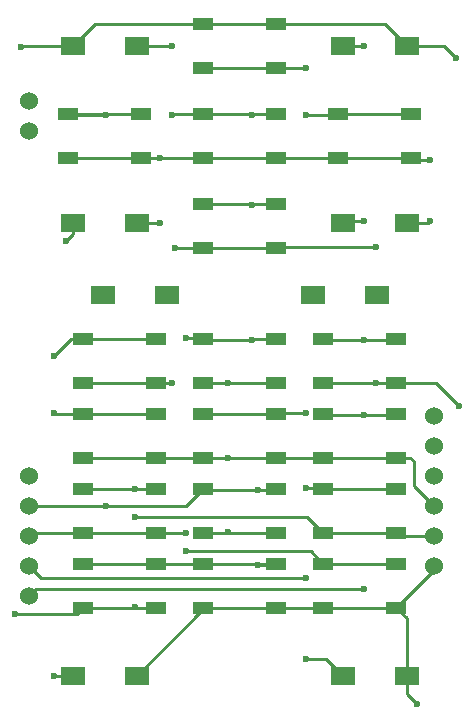
<source format=gtl>
G04 #@! TF.FileFunction,Copper,L1,Top,Signal*
%FSLAX46Y46*%
G04 Gerber Fmt 4.6, Leading zero omitted, Abs format (unit mm)*
G04 Created by KiCad (PCBNEW 4.0.4-stable) date 12/08/16 18:12:57*
%MOMM*%
%LPD*%
G01*
G04 APERTURE LIST*
%ADD10C,0.100000*%
%ADD11R,1.800000X1.100000*%
%ADD12C,1.524000*%
%ADD13R,2.000000X1.600000*%
%ADD14C,0.600000*%
%ADD15C,0.250000*%
G04 APERTURE END LIST*
D10*
D11*
X165810000Y-121340000D03*
X172010000Y-121340000D03*
X165810000Y-125040000D03*
X172010000Y-125040000D03*
X154380000Y-113720000D03*
X160580000Y-113720000D03*
X154380000Y-117420000D03*
X160580000Y-117420000D03*
X175970000Y-151820000D03*
X182170000Y-151820000D03*
X175970000Y-155520000D03*
X182170000Y-155520000D03*
X155650000Y-151820000D03*
X161850000Y-151820000D03*
X155650000Y-155520000D03*
X161850000Y-155520000D03*
X165810000Y-151820000D03*
X172010000Y-151820000D03*
X165810000Y-155520000D03*
X172010000Y-155520000D03*
X155650000Y-132770000D03*
X161850000Y-132770000D03*
X155650000Y-136470000D03*
X161850000Y-136470000D03*
X165810000Y-132770000D03*
X172010000Y-132770000D03*
X165810000Y-136470000D03*
X172010000Y-136470000D03*
X175970000Y-132770000D03*
X182170000Y-132770000D03*
X175970000Y-136470000D03*
X182170000Y-136470000D03*
X155650000Y-139120000D03*
X161850000Y-139120000D03*
X155650000Y-142820000D03*
X161850000Y-142820000D03*
X165810000Y-139120000D03*
X172010000Y-139120000D03*
X165810000Y-142820000D03*
X172010000Y-142820000D03*
X175970000Y-139120000D03*
X182170000Y-139120000D03*
X175970000Y-142820000D03*
X182170000Y-142820000D03*
X161850000Y-149170000D03*
X155650000Y-149170000D03*
X161850000Y-145470000D03*
X155650000Y-145470000D03*
X165810000Y-145470000D03*
X172010000Y-145470000D03*
X165810000Y-149170000D03*
X172010000Y-149170000D03*
X175970000Y-145470000D03*
X182170000Y-145470000D03*
X175970000Y-149170000D03*
X182170000Y-149170000D03*
X165810000Y-113720000D03*
X172010000Y-113720000D03*
X165810000Y-117420000D03*
X172010000Y-117420000D03*
X177240000Y-113720000D03*
X183440000Y-113720000D03*
X177240000Y-117420000D03*
X183440000Y-117420000D03*
D12*
X151041100Y-154533600D03*
X151041100Y-151993600D03*
X151041100Y-149453600D03*
X151041100Y-146913600D03*
X151041100Y-144373600D03*
X185331100Y-139293600D03*
X185331100Y-141833600D03*
X185331100Y-144373600D03*
X185331100Y-146913600D03*
X185331100Y-149453600D03*
X185331100Y-151993600D03*
X151041100Y-115163600D03*
X151041100Y-112623600D03*
D11*
X172010000Y-109800000D03*
X165810000Y-109800000D03*
X172010000Y-106100000D03*
X165810000Y-106100000D03*
D13*
X154780000Y-107950000D03*
X160180000Y-107950000D03*
X183040000Y-107950000D03*
X177640000Y-107950000D03*
X162720000Y-129032000D03*
X157320000Y-129032000D03*
X180500000Y-129032000D03*
X175100000Y-129032000D03*
X160180000Y-161290000D03*
X154780000Y-161290000D03*
X183040000Y-161290000D03*
X177640000Y-161290000D03*
X160180000Y-122936000D03*
X154780000Y-122936000D03*
X183040000Y-122936000D03*
X177640000Y-122936000D03*
D14*
X164338000Y-150749000D03*
X164338000Y-132715000D03*
X164338000Y-149225000D03*
X169926000Y-132842000D03*
X169926000Y-121412000D03*
X169926000Y-113792000D03*
X163195000Y-107950000D03*
X163195000Y-113792000D03*
X150368000Y-108077000D03*
X187198000Y-108966000D03*
X179451000Y-153924000D03*
X179451000Y-122809000D03*
X179451000Y-132842000D03*
X179451000Y-139192000D03*
X179451000Y-107950000D03*
X157607000Y-128905000D03*
X157607000Y-113792000D03*
X157607000Y-146939000D03*
X170434000Y-151892000D03*
X170434000Y-145542000D03*
X187452000Y-138430000D03*
X162720000Y-129032000D03*
X163195000Y-136525000D03*
X163449000Y-125095000D03*
X180500000Y-129032000D03*
X180467000Y-136525000D03*
X180467000Y-124968000D03*
X174498000Y-153035000D03*
X174498000Y-113792000D03*
X174498000Y-128905000D03*
X174498000Y-139065000D03*
X174498000Y-145415000D03*
X174498000Y-159893000D03*
X174498000Y-109855000D03*
X154178000Y-124460000D03*
X153162000Y-139065000D03*
X153162000Y-134239000D03*
X153162000Y-161290000D03*
X183896000Y-163703000D03*
X162179000Y-117475000D03*
X162179000Y-122936000D03*
X185039000Y-117602000D03*
X185039000Y-122809000D03*
X149860000Y-156083000D03*
X160020000Y-155448000D03*
X160020000Y-145470000D03*
X160020000Y-147828000D03*
X167894000Y-142820000D03*
X167894000Y-136470000D03*
X167894000Y-149098000D03*
D15*
X175970000Y-151820000D02*
X182170000Y-151820000D01*
X155650000Y-149170000D02*
X161850000Y-149170000D01*
X165810000Y-132770000D02*
X165882000Y-132842000D01*
X165882000Y-132842000D02*
X169926000Y-132842000D01*
X165810000Y-121340000D02*
X172010000Y-121340000D01*
X172010000Y-113720000D02*
X165810000Y-113720000D01*
X151041100Y-149453600D02*
X151324700Y-149170000D01*
X151324700Y-149170000D02*
X155650000Y-149170000D01*
X174899000Y-150749000D02*
X175970000Y-151820000D01*
X164338000Y-150749000D02*
X174899000Y-150749000D01*
X165810000Y-132770000D02*
X165755000Y-132715000D01*
X165755000Y-132715000D02*
X164338000Y-132715000D01*
X164338000Y-149225000D02*
X161905000Y-149225000D01*
X161905000Y-149225000D02*
X161850000Y-149170000D01*
X172010000Y-132770000D02*
X169998000Y-132770000D01*
X169998000Y-132770000D02*
X169926000Y-132842000D01*
X172010000Y-113720000D02*
X169998000Y-113720000D01*
X169998000Y-121340000D02*
X172010000Y-121340000D01*
X169926000Y-121412000D02*
X169998000Y-121340000D01*
X169998000Y-113720000D02*
X169926000Y-113792000D01*
X160180000Y-107950000D02*
X163195000Y-107950000D01*
X163195000Y-113792000D02*
X163267000Y-113720000D01*
X163267000Y-113720000D02*
X165810000Y-113720000D01*
X165810000Y-106100000D02*
X172010000Y-106100000D01*
X150495000Y-107950000D02*
X154780000Y-107950000D01*
X150368000Y-108077000D02*
X150495000Y-107950000D01*
X183040000Y-107950000D02*
X186182000Y-107950000D01*
X186182000Y-107950000D02*
X187198000Y-108966000D01*
X172010000Y-106100000D02*
X181190000Y-106100000D01*
X181190000Y-106100000D02*
X183040000Y-107950000D01*
X165810000Y-106100000D02*
X156630000Y-106100000D01*
X156630000Y-106100000D02*
X154780000Y-107950000D01*
X175970000Y-139120000D02*
X176042000Y-139192000D01*
X176042000Y-139192000D02*
X179451000Y-139192000D01*
X175970000Y-132770000D02*
X176042000Y-132842000D01*
X176042000Y-132842000D02*
X179451000Y-132842000D01*
X151041100Y-154533600D02*
X151650700Y-153924000D01*
X151650700Y-153924000D02*
X179451000Y-153924000D01*
X177640000Y-122936000D02*
X177767000Y-122809000D01*
X177767000Y-122809000D02*
X179451000Y-122809000D01*
X182170000Y-132770000D02*
X182098000Y-132842000D01*
X182098000Y-132842000D02*
X179451000Y-132842000D01*
X182170000Y-139120000D02*
X182098000Y-139192000D01*
X182098000Y-139192000D02*
X179451000Y-139192000D01*
X177640000Y-107950000D02*
X179451000Y-107950000D01*
X165810000Y-151820000D02*
X172010000Y-151820000D01*
X155650000Y-151820000D02*
X161850000Y-151820000D01*
X165810000Y-145470000D02*
X165882000Y-145542000D01*
X165882000Y-145542000D02*
X170434000Y-145542000D01*
X157607000Y-128905000D02*
X157480000Y-129032000D01*
X157480000Y-129032000D02*
X157320000Y-129032000D01*
X157607000Y-113792000D02*
X157607000Y-113720000D01*
X157607000Y-113720000D02*
X157607000Y-113792000D01*
X157607000Y-113792000D02*
X157607000Y-113720000D01*
X154380000Y-113720000D02*
X157607000Y-113720000D01*
X157607000Y-113720000D02*
X160580000Y-113720000D01*
X157320000Y-129032000D02*
X157226000Y-128938000D01*
X157226000Y-113792000D02*
X154452000Y-113792000D01*
X154452000Y-113792000D02*
X154380000Y-113720000D01*
X157607000Y-146939000D02*
X157607000Y-146913600D01*
X157607000Y-146913600D02*
X157607000Y-146939000D01*
X157607000Y-146939000D02*
X157607000Y-146913600D01*
X151041100Y-146913600D02*
X157607000Y-146913600D01*
X157607000Y-146913600D02*
X164366400Y-146913600D01*
X164366400Y-146913600D02*
X165810000Y-145470000D01*
X172010000Y-151820000D02*
X171938000Y-151892000D01*
X171938000Y-151892000D02*
X170434000Y-151892000D01*
X170434000Y-145542000D02*
X171938000Y-145542000D01*
X171938000Y-145542000D02*
X172010000Y-145470000D01*
X161850000Y-151820000D02*
X165810000Y-151820000D01*
X182170000Y-136470000D02*
X185492000Y-136470000D01*
X185492000Y-136470000D02*
X187452000Y-138430000D01*
X155650000Y-136470000D02*
X161850000Y-136470000D01*
X165810000Y-125040000D02*
X165755000Y-125095000D01*
X165755000Y-125095000D02*
X163449000Y-125095000D01*
X163195000Y-136525000D02*
X161905000Y-136525000D01*
X161905000Y-136525000D02*
X161850000Y-136470000D01*
X175970000Y-136470000D02*
X176025000Y-136525000D01*
X176025000Y-136525000D02*
X180467000Y-136525000D01*
X172010000Y-125040000D02*
X172082000Y-124968000D01*
X172082000Y-124968000D02*
X180467000Y-124968000D01*
X180467000Y-136525000D02*
X182115000Y-136525000D01*
X182115000Y-136525000D02*
X182170000Y-136470000D01*
X165810000Y-125040000D02*
X172010000Y-125040000D01*
X175970000Y-145470000D02*
X182170000Y-145470000D01*
X165810000Y-139120000D02*
X172010000Y-139120000D01*
X177240000Y-113720000D02*
X183440000Y-113720000D01*
X165810000Y-109800000D02*
X172010000Y-109800000D01*
X151041100Y-151993600D02*
X152082500Y-153035000D01*
X152082500Y-153035000D02*
X174498000Y-153035000D01*
X174498000Y-113792000D02*
X177168000Y-113792000D01*
X177168000Y-113792000D02*
X177240000Y-113720000D01*
X174498000Y-128905000D02*
X174973000Y-128905000D01*
X174973000Y-128905000D02*
X175100000Y-129032000D01*
X172010000Y-139120000D02*
X172065000Y-139065000D01*
X172065000Y-139065000D02*
X174498000Y-139065000D01*
X175970000Y-145470000D02*
X175915000Y-145415000D01*
X175915000Y-145415000D02*
X174498000Y-145415000D01*
X172010000Y-109800000D02*
X174443000Y-109800000D01*
X176243000Y-159893000D02*
X177640000Y-161290000D01*
X174498000Y-159893000D02*
X176243000Y-159893000D01*
X174443000Y-109800000D02*
X174498000Y-109855000D01*
X155650000Y-132770000D02*
X161850000Y-132770000D01*
X155650000Y-139120000D02*
X161850000Y-139120000D01*
X154780000Y-123858000D02*
X154780000Y-122936000D01*
X154178000Y-124460000D02*
X154780000Y-123858000D01*
X155650000Y-139120000D02*
X153217000Y-139120000D01*
X153217000Y-139120000D02*
X153162000Y-139065000D01*
X155650000Y-132770000D02*
X154631000Y-132770000D01*
X154631000Y-132770000D02*
X153162000Y-134239000D01*
X154780000Y-161290000D02*
X153162000Y-161290000D01*
X183040000Y-162847000D02*
X183040000Y-161290000D01*
X183896000Y-163703000D02*
X183040000Y-162847000D01*
X160180000Y-161290000D02*
X165810000Y-155660000D01*
X165810000Y-155660000D02*
X165810000Y-155520000D01*
X182170000Y-155520000D02*
X185331100Y-152358900D01*
X185331100Y-152358900D02*
X185331100Y-151993600D01*
X182170000Y-155520000D02*
X183040000Y-156390000D01*
X183040000Y-156390000D02*
X183040000Y-161290000D01*
X175970000Y-155520000D02*
X182170000Y-155520000D01*
X172010000Y-155520000D02*
X175970000Y-155520000D01*
X172010000Y-155520000D02*
X165810000Y-155520000D01*
X183440000Y-117420000D02*
X177240000Y-117420000D01*
X165810000Y-117420000D02*
X172010000Y-117420000D01*
X154380000Y-117420000D02*
X160580000Y-117420000D01*
X160180000Y-122936000D02*
X162179000Y-122936000D01*
X162179000Y-117475000D02*
X162179000Y-117420000D01*
X162179000Y-117420000D02*
X162179000Y-117475000D01*
X162179000Y-117475000D02*
X162179000Y-117420000D01*
X183040000Y-122936000D02*
X184912000Y-122936000D01*
X185039000Y-117602000D02*
X183622000Y-117602000D01*
X184912000Y-122936000D02*
X185039000Y-122809000D01*
X183622000Y-117602000D02*
X183440000Y-117420000D01*
X172010000Y-117420000D02*
X177240000Y-117420000D01*
X160580000Y-117420000D02*
X162179000Y-117420000D01*
X162179000Y-117420000D02*
X165810000Y-117420000D01*
X155087000Y-156083000D02*
X155650000Y-155520000D01*
X149860000Y-156083000D02*
X155087000Y-156083000D01*
X160020000Y-155448000D02*
X160020000Y-155520000D01*
X160020000Y-155520000D02*
X160020000Y-155448000D01*
X160020000Y-155448000D02*
X160020000Y-155520000D01*
X175970000Y-149170000D02*
X174628000Y-147828000D01*
X160020000Y-147828000D02*
X174628000Y-147828000D01*
X155650000Y-155520000D02*
X160020000Y-155520000D01*
X160020000Y-155520000D02*
X161850000Y-155520000D01*
X182170000Y-149170000D02*
X182453600Y-149453600D01*
X182453600Y-149453600D02*
X185331100Y-149453600D01*
X175970000Y-149170000D02*
X182170000Y-149170000D01*
X155650000Y-145470000D02*
X160020000Y-145470000D01*
X160020000Y-145470000D02*
X161850000Y-145470000D01*
X167894000Y-149098000D02*
X167894000Y-149170000D01*
X167894000Y-149170000D02*
X167894000Y-149098000D01*
X167894000Y-149098000D02*
X167894000Y-149170000D01*
X182170000Y-142820000D02*
X183333000Y-142820000D01*
X183642000Y-145224500D02*
X185331100Y-146913600D01*
X183642000Y-143129000D02*
X183642000Y-145224500D01*
X183333000Y-142820000D02*
X183642000Y-143129000D01*
X165810000Y-149170000D02*
X167894000Y-149170000D01*
X167894000Y-149170000D02*
X172010000Y-149170000D01*
X175970000Y-142820000D02*
X182170000Y-142820000D01*
X172010000Y-142820000D02*
X175970000Y-142820000D01*
X161850000Y-142820000D02*
X165810000Y-142820000D01*
X165810000Y-142820000D02*
X167894000Y-142820000D01*
X167894000Y-142820000D02*
X172010000Y-142820000D01*
X155650000Y-142820000D02*
X161850000Y-142820000D01*
X165810000Y-136470000D02*
X167894000Y-136470000D01*
X167894000Y-136470000D02*
X172010000Y-136470000D01*
M02*

</source>
